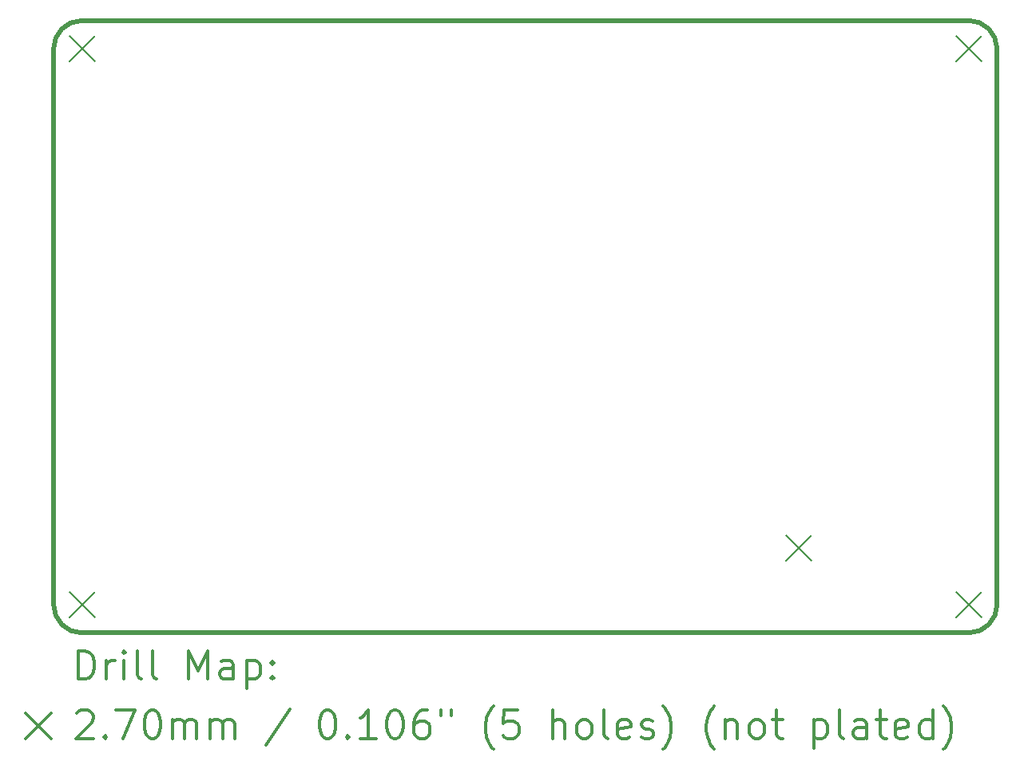
<source format=gbr>
%FSLAX45Y45*%
G04 Gerber Fmt 4.5, Leading zero omitted, Abs format (unit mm)*
G04 Created by KiCad (PCBNEW 5.1.5+dfsg1-2build2) date 2021-09-13 18:49:43*
%MOMM*%
%LPD*%
G04 APERTURE LIST*
%TA.AperFunction,Profile*%
%ADD10C,0.500000*%
%TD*%
%ADD11C,0.200000*%
%ADD12C,0.300000*%
G04 APERTURE END LIST*
D10*
X8800000Y-12000000D02*
G75*
G02X8500000Y-11700000I0J300000D01*
G01*
X18500000Y-11700000D02*
G75*
G02X18200000Y-12000000I-300000J0D01*
G01*
X18200000Y-5500000D02*
G75*
G02X18500000Y-5800000I0J-300000D01*
G01*
X8500000Y-5800000D02*
G75*
G02X8800000Y-5500000I300000J0D01*
G01*
X8500000Y-11700000D02*
X8500000Y-5800000D01*
X18200000Y-12000000D02*
X8800000Y-12000000D01*
X18500000Y-5800000D02*
X18500000Y-11700000D01*
X8800000Y-5500000D02*
X18200000Y-5500000D01*
D11*
X8665000Y-5665000D02*
X8935000Y-5935000D01*
X8935000Y-5665000D02*
X8665000Y-5935000D01*
X8665000Y-11565000D02*
X8935000Y-11835000D01*
X8935000Y-11565000D02*
X8665000Y-11835000D01*
X18065000Y-11565000D02*
X18335000Y-11835000D01*
X18335000Y-11565000D02*
X18065000Y-11835000D01*
X18065000Y-5665000D02*
X18335000Y-5935000D01*
X18335000Y-5665000D02*
X18065000Y-5935000D01*
X16265000Y-10965000D02*
X16535000Y-11235000D01*
X16535000Y-10965000D02*
X16265000Y-11235000D01*
D12*
X8761428Y-12490714D02*
X8761428Y-12190714D01*
X8832857Y-12190714D01*
X8875714Y-12205000D01*
X8904286Y-12233571D01*
X8918571Y-12262143D01*
X8932857Y-12319286D01*
X8932857Y-12362143D01*
X8918571Y-12419286D01*
X8904286Y-12447857D01*
X8875714Y-12476429D01*
X8832857Y-12490714D01*
X8761428Y-12490714D01*
X9061428Y-12490714D02*
X9061428Y-12290714D01*
X9061428Y-12347857D02*
X9075714Y-12319286D01*
X9090000Y-12305000D01*
X9118571Y-12290714D01*
X9147143Y-12290714D01*
X9247143Y-12490714D02*
X9247143Y-12290714D01*
X9247143Y-12190714D02*
X9232857Y-12205000D01*
X9247143Y-12219286D01*
X9261428Y-12205000D01*
X9247143Y-12190714D01*
X9247143Y-12219286D01*
X9432857Y-12490714D02*
X9404286Y-12476429D01*
X9390000Y-12447857D01*
X9390000Y-12190714D01*
X9590000Y-12490714D02*
X9561428Y-12476429D01*
X9547143Y-12447857D01*
X9547143Y-12190714D01*
X9932857Y-12490714D02*
X9932857Y-12190714D01*
X10032857Y-12405000D01*
X10132857Y-12190714D01*
X10132857Y-12490714D01*
X10404286Y-12490714D02*
X10404286Y-12333571D01*
X10390000Y-12305000D01*
X10361428Y-12290714D01*
X10304286Y-12290714D01*
X10275714Y-12305000D01*
X10404286Y-12476429D02*
X10375714Y-12490714D01*
X10304286Y-12490714D01*
X10275714Y-12476429D01*
X10261428Y-12447857D01*
X10261428Y-12419286D01*
X10275714Y-12390714D01*
X10304286Y-12376429D01*
X10375714Y-12376429D01*
X10404286Y-12362143D01*
X10547143Y-12290714D02*
X10547143Y-12590714D01*
X10547143Y-12305000D02*
X10575714Y-12290714D01*
X10632857Y-12290714D01*
X10661428Y-12305000D01*
X10675714Y-12319286D01*
X10690000Y-12347857D01*
X10690000Y-12433571D01*
X10675714Y-12462143D01*
X10661428Y-12476429D01*
X10632857Y-12490714D01*
X10575714Y-12490714D01*
X10547143Y-12476429D01*
X10818571Y-12462143D02*
X10832857Y-12476429D01*
X10818571Y-12490714D01*
X10804286Y-12476429D01*
X10818571Y-12462143D01*
X10818571Y-12490714D01*
X10818571Y-12305000D02*
X10832857Y-12319286D01*
X10818571Y-12333571D01*
X10804286Y-12319286D01*
X10818571Y-12305000D01*
X10818571Y-12333571D01*
X8205000Y-12850000D02*
X8475000Y-13120000D01*
X8475000Y-12850000D02*
X8205000Y-13120000D01*
X8747143Y-12849286D02*
X8761428Y-12835000D01*
X8790000Y-12820714D01*
X8861428Y-12820714D01*
X8890000Y-12835000D01*
X8904286Y-12849286D01*
X8918571Y-12877857D01*
X8918571Y-12906429D01*
X8904286Y-12949286D01*
X8732857Y-13120714D01*
X8918571Y-13120714D01*
X9047143Y-13092143D02*
X9061428Y-13106429D01*
X9047143Y-13120714D01*
X9032857Y-13106429D01*
X9047143Y-13092143D01*
X9047143Y-13120714D01*
X9161428Y-12820714D02*
X9361428Y-12820714D01*
X9232857Y-13120714D01*
X9532857Y-12820714D02*
X9561428Y-12820714D01*
X9590000Y-12835000D01*
X9604286Y-12849286D01*
X9618571Y-12877857D01*
X9632857Y-12935000D01*
X9632857Y-13006429D01*
X9618571Y-13063571D01*
X9604286Y-13092143D01*
X9590000Y-13106429D01*
X9561428Y-13120714D01*
X9532857Y-13120714D01*
X9504286Y-13106429D01*
X9490000Y-13092143D01*
X9475714Y-13063571D01*
X9461428Y-13006429D01*
X9461428Y-12935000D01*
X9475714Y-12877857D01*
X9490000Y-12849286D01*
X9504286Y-12835000D01*
X9532857Y-12820714D01*
X9761428Y-13120714D02*
X9761428Y-12920714D01*
X9761428Y-12949286D02*
X9775714Y-12935000D01*
X9804286Y-12920714D01*
X9847143Y-12920714D01*
X9875714Y-12935000D01*
X9890000Y-12963571D01*
X9890000Y-13120714D01*
X9890000Y-12963571D02*
X9904286Y-12935000D01*
X9932857Y-12920714D01*
X9975714Y-12920714D01*
X10004286Y-12935000D01*
X10018571Y-12963571D01*
X10018571Y-13120714D01*
X10161428Y-13120714D02*
X10161428Y-12920714D01*
X10161428Y-12949286D02*
X10175714Y-12935000D01*
X10204286Y-12920714D01*
X10247143Y-12920714D01*
X10275714Y-12935000D01*
X10290000Y-12963571D01*
X10290000Y-13120714D01*
X10290000Y-12963571D02*
X10304286Y-12935000D01*
X10332857Y-12920714D01*
X10375714Y-12920714D01*
X10404286Y-12935000D01*
X10418571Y-12963571D01*
X10418571Y-13120714D01*
X11004286Y-12806429D02*
X10747143Y-13192143D01*
X11390000Y-12820714D02*
X11418571Y-12820714D01*
X11447143Y-12835000D01*
X11461428Y-12849286D01*
X11475714Y-12877857D01*
X11490000Y-12935000D01*
X11490000Y-13006429D01*
X11475714Y-13063571D01*
X11461428Y-13092143D01*
X11447143Y-13106429D01*
X11418571Y-13120714D01*
X11390000Y-13120714D01*
X11361428Y-13106429D01*
X11347143Y-13092143D01*
X11332857Y-13063571D01*
X11318571Y-13006429D01*
X11318571Y-12935000D01*
X11332857Y-12877857D01*
X11347143Y-12849286D01*
X11361428Y-12835000D01*
X11390000Y-12820714D01*
X11618571Y-13092143D02*
X11632857Y-13106429D01*
X11618571Y-13120714D01*
X11604286Y-13106429D01*
X11618571Y-13092143D01*
X11618571Y-13120714D01*
X11918571Y-13120714D02*
X11747143Y-13120714D01*
X11832857Y-13120714D02*
X11832857Y-12820714D01*
X11804286Y-12863571D01*
X11775714Y-12892143D01*
X11747143Y-12906429D01*
X12104286Y-12820714D02*
X12132857Y-12820714D01*
X12161428Y-12835000D01*
X12175714Y-12849286D01*
X12190000Y-12877857D01*
X12204286Y-12935000D01*
X12204286Y-13006429D01*
X12190000Y-13063571D01*
X12175714Y-13092143D01*
X12161428Y-13106429D01*
X12132857Y-13120714D01*
X12104286Y-13120714D01*
X12075714Y-13106429D01*
X12061428Y-13092143D01*
X12047143Y-13063571D01*
X12032857Y-13006429D01*
X12032857Y-12935000D01*
X12047143Y-12877857D01*
X12061428Y-12849286D01*
X12075714Y-12835000D01*
X12104286Y-12820714D01*
X12461428Y-12820714D02*
X12404286Y-12820714D01*
X12375714Y-12835000D01*
X12361428Y-12849286D01*
X12332857Y-12892143D01*
X12318571Y-12949286D01*
X12318571Y-13063571D01*
X12332857Y-13092143D01*
X12347143Y-13106429D01*
X12375714Y-13120714D01*
X12432857Y-13120714D01*
X12461428Y-13106429D01*
X12475714Y-13092143D01*
X12490000Y-13063571D01*
X12490000Y-12992143D01*
X12475714Y-12963571D01*
X12461428Y-12949286D01*
X12432857Y-12935000D01*
X12375714Y-12935000D01*
X12347143Y-12949286D01*
X12332857Y-12963571D01*
X12318571Y-12992143D01*
X12604286Y-12820714D02*
X12604286Y-12877857D01*
X12718571Y-12820714D02*
X12718571Y-12877857D01*
X13161428Y-13235000D02*
X13147143Y-13220714D01*
X13118571Y-13177857D01*
X13104286Y-13149286D01*
X13090000Y-13106429D01*
X13075714Y-13035000D01*
X13075714Y-12977857D01*
X13090000Y-12906429D01*
X13104286Y-12863571D01*
X13118571Y-12835000D01*
X13147143Y-12792143D01*
X13161428Y-12777857D01*
X13418571Y-12820714D02*
X13275714Y-12820714D01*
X13261428Y-12963571D01*
X13275714Y-12949286D01*
X13304286Y-12935000D01*
X13375714Y-12935000D01*
X13404286Y-12949286D01*
X13418571Y-12963571D01*
X13432857Y-12992143D01*
X13432857Y-13063571D01*
X13418571Y-13092143D01*
X13404286Y-13106429D01*
X13375714Y-13120714D01*
X13304286Y-13120714D01*
X13275714Y-13106429D01*
X13261428Y-13092143D01*
X13790000Y-13120714D02*
X13790000Y-12820714D01*
X13918571Y-13120714D02*
X13918571Y-12963571D01*
X13904286Y-12935000D01*
X13875714Y-12920714D01*
X13832857Y-12920714D01*
X13804286Y-12935000D01*
X13790000Y-12949286D01*
X14104286Y-13120714D02*
X14075714Y-13106429D01*
X14061428Y-13092143D01*
X14047143Y-13063571D01*
X14047143Y-12977857D01*
X14061428Y-12949286D01*
X14075714Y-12935000D01*
X14104286Y-12920714D01*
X14147143Y-12920714D01*
X14175714Y-12935000D01*
X14190000Y-12949286D01*
X14204286Y-12977857D01*
X14204286Y-13063571D01*
X14190000Y-13092143D01*
X14175714Y-13106429D01*
X14147143Y-13120714D01*
X14104286Y-13120714D01*
X14375714Y-13120714D02*
X14347143Y-13106429D01*
X14332857Y-13077857D01*
X14332857Y-12820714D01*
X14604286Y-13106429D02*
X14575714Y-13120714D01*
X14518571Y-13120714D01*
X14490000Y-13106429D01*
X14475714Y-13077857D01*
X14475714Y-12963571D01*
X14490000Y-12935000D01*
X14518571Y-12920714D01*
X14575714Y-12920714D01*
X14604286Y-12935000D01*
X14618571Y-12963571D01*
X14618571Y-12992143D01*
X14475714Y-13020714D01*
X14732857Y-13106429D02*
X14761428Y-13120714D01*
X14818571Y-13120714D01*
X14847143Y-13106429D01*
X14861428Y-13077857D01*
X14861428Y-13063571D01*
X14847143Y-13035000D01*
X14818571Y-13020714D01*
X14775714Y-13020714D01*
X14747143Y-13006429D01*
X14732857Y-12977857D01*
X14732857Y-12963571D01*
X14747143Y-12935000D01*
X14775714Y-12920714D01*
X14818571Y-12920714D01*
X14847143Y-12935000D01*
X14961428Y-13235000D02*
X14975714Y-13220714D01*
X15004286Y-13177857D01*
X15018571Y-13149286D01*
X15032857Y-13106429D01*
X15047143Y-13035000D01*
X15047143Y-12977857D01*
X15032857Y-12906429D01*
X15018571Y-12863571D01*
X15004286Y-12835000D01*
X14975714Y-12792143D01*
X14961428Y-12777857D01*
X15504286Y-13235000D02*
X15490000Y-13220714D01*
X15461428Y-13177857D01*
X15447143Y-13149286D01*
X15432857Y-13106429D01*
X15418571Y-13035000D01*
X15418571Y-12977857D01*
X15432857Y-12906429D01*
X15447143Y-12863571D01*
X15461428Y-12835000D01*
X15490000Y-12792143D01*
X15504286Y-12777857D01*
X15618571Y-12920714D02*
X15618571Y-13120714D01*
X15618571Y-12949286D02*
X15632857Y-12935000D01*
X15661428Y-12920714D01*
X15704286Y-12920714D01*
X15732857Y-12935000D01*
X15747143Y-12963571D01*
X15747143Y-13120714D01*
X15932857Y-13120714D02*
X15904286Y-13106429D01*
X15890000Y-13092143D01*
X15875714Y-13063571D01*
X15875714Y-12977857D01*
X15890000Y-12949286D01*
X15904286Y-12935000D01*
X15932857Y-12920714D01*
X15975714Y-12920714D01*
X16004286Y-12935000D01*
X16018571Y-12949286D01*
X16032857Y-12977857D01*
X16032857Y-13063571D01*
X16018571Y-13092143D01*
X16004286Y-13106429D01*
X15975714Y-13120714D01*
X15932857Y-13120714D01*
X16118571Y-12920714D02*
X16232857Y-12920714D01*
X16161428Y-12820714D02*
X16161428Y-13077857D01*
X16175714Y-13106429D01*
X16204286Y-13120714D01*
X16232857Y-13120714D01*
X16561428Y-12920714D02*
X16561428Y-13220714D01*
X16561428Y-12935000D02*
X16590000Y-12920714D01*
X16647143Y-12920714D01*
X16675714Y-12935000D01*
X16690000Y-12949286D01*
X16704286Y-12977857D01*
X16704286Y-13063571D01*
X16690000Y-13092143D01*
X16675714Y-13106429D01*
X16647143Y-13120714D01*
X16590000Y-13120714D01*
X16561428Y-13106429D01*
X16875714Y-13120714D02*
X16847143Y-13106429D01*
X16832857Y-13077857D01*
X16832857Y-12820714D01*
X17118571Y-13120714D02*
X17118571Y-12963571D01*
X17104286Y-12935000D01*
X17075714Y-12920714D01*
X17018571Y-12920714D01*
X16990000Y-12935000D01*
X17118571Y-13106429D02*
X17090000Y-13120714D01*
X17018571Y-13120714D01*
X16990000Y-13106429D01*
X16975714Y-13077857D01*
X16975714Y-13049286D01*
X16990000Y-13020714D01*
X17018571Y-13006429D01*
X17090000Y-13006429D01*
X17118571Y-12992143D01*
X17218571Y-12920714D02*
X17332857Y-12920714D01*
X17261428Y-12820714D02*
X17261428Y-13077857D01*
X17275714Y-13106429D01*
X17304286Y-13120714D01*
X17332857Y-13120714D01*
X17547143Y-13106429D02*
X17518571Y-13120714D01*
X17461428Y-13120714D01*
X17432857Y-13106429D01*
X17418571Y-13077857D01*
X17418571Y-12963571D01*
X17432857Y-12935000D01*
X17461428Y-12920714D01*
X17518571Y-12920714D01*
X17547143Y-12935000D01*
X17561428Y-12963571D01*
X17561428Y-12992143D01*
X17418571Y-13020714D01*
X17818571Y-13120714D02*
X17818571Y-12820714D01*
X17818571Y-13106429D02*
X17790000Y-13120714D01*
X17732857Y-13120714D01*
X17704286Y-13106429D01*
X17690000Y-13092143D01*
X17675714Y-13063571D01*
X17675714Y-12977857D01*
X17690000Y-12949286D01*
X17704286Y-12935000D01*
X17732857Y-12920714D01*
X17790000Y-12920714D01*
X17818571Y-12935000D01*
X17932857Y-13235000D02*
X17947143Y-13220714D01*
X17975714Y-13177857D01*
X17990000Y-13149286D01*
X18004286Y-13106429D01*
X18018571Y-13035000D01*
X18018571Y-12977857D01*
X18004286Y-12906429D01*
X17990000Y-12863571D01*
X17975714Y-12835000D01*
X17947143Y-12792143D01*
X17932857Y-12777857D01*
M02*

</source>
